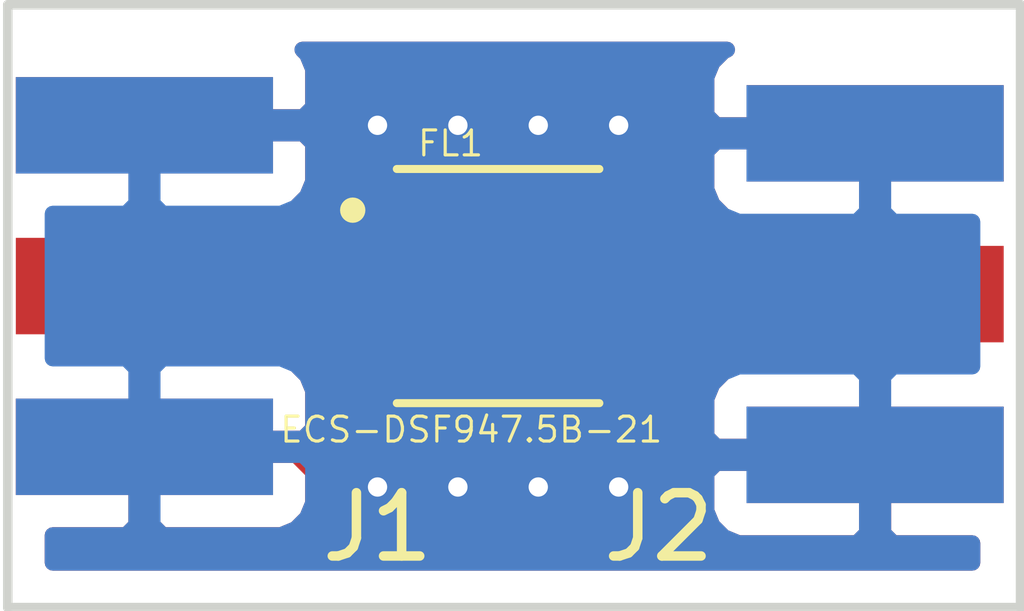
<source format=kicad_pcb>
(kicad_pcb (version 20171130) (host pcbnew 5.0.1)

  (general
    (thickness 1.6)
    (drawings 4)
    (tracks 23)
    (zones 0)
    (modules 3)
    (nets 4)
  )

  (page A4)
  (layers
    (0 F.Cu signal)
    (31 B.Cu signal)
    (32 B.Adhes user)
    (33 F.Adhes user)
    (34 B.Paste user)
    (35 F.Paste user)
    (36 B.SilkS user)
    (37 F.SilkS user)
    (38 B.Mask user)
    (39 F.Mask user)
    (40 Dwgs.User user)
    (41 Cmts.User user)
    (42 Eco1.User user)
    (43 Eco2.User user)
    (44 Edge.Cuts user)
    (45 Margin user)
    (46 B.CrtYd user)
    (47 F.CrtYd user)
    (48 B.Fab user)
    (49 F.Fab user)
  )

  (setup
    (last_trace_width 0.2032)
    (trace_clearance 0.2032)
    (zone_clearance 0.508)
    (zone_45_only no)
    (trace_min 0.2032)
    (segment_width 0.2)
    (edge_width 0.15)
    (via_size 0.6096)
    (via_drill 0.3048)
    (via_min_size 0.6096)
    (via_min_drill 0.3048)
    (uvia_size 0.3)
    (uvia_drill 0.1)
    (uvias_allowed no)
    (uvia_min_size 0.2)
    (uvia_min_drill 0.1)
    (pcb_text_width 0.3)
    (pcb_text_size 1.5 1.5)
    (mod_edge_width 0.15)
    (mod_text_size 1 1)
    (mod_text_width 0.15)
    (pad_size 1.524 1.524)
    (pad_drill 0.762)
    (pad_to_mask_clearance 0.051)
    (solder_mask_min_width 0.25)
    (aux_axis_origin 91.948 104.775)
    (grid_origin 91.948 104.775)
    (visible_elements FFFFFF7F)
    (pcbplotparams
      (layerselection 0x010fc_ffffffff)
      (usegerberextensions false)
      (usegerberattributes false)
      (usegerberadvancedattributes false)
      (creategerberjobfile false)
      (excludeedgelayer true)
      (linewidth 0.100000)
      (plotframeref false)
      (viasonmask false)
      (mode 1)
      (useauxorigin true)
      (hpglpennumber 1)
      (hpglpenspeed 20)
      (hpglpendiameter 15.000000)
      (psnegative false)
      (psa4output false)
      (plotreference true)
      (plotvalue false)
      (plotinvisibletext false)
      (padsonsilk false)
      (subtractmaskfromsilk false)
      (outputformat 1)
      (mirror false)
      (drillshape 0)
      (scaleselection 1)
      (outputdirectory "Gerber/"))
  )

  (net 0 "")
  (net 1 GND)
  (net 2 "Net-(FL1-Pad2)")
  (net 3 "Net-(FL1-Pad5)")

  (net_class Default "This is the default net class."
    (clearance 0.2032)
    (trace_width 0.2032)
    (via_dia 0.6096)
    (via_drill 0.3048)
    (uvia_dia 0.3)
    (uvia_drill 0.1)
    (diff_pair_gap 0.2032)
    (diff_pair_width 0.2032)
    (add_net GND)
    (add_net "Net-(FL1-Pad2)")
    (add_net "Net-(FL1-Pad5)")
  )

  (net_class 50Ohm ""
    (clearance 0.37)
    (trace_width 1.8)
    (via_dia 0.6096)
    (via_drill 0.3048)
    (uvia_dia 0.3)
    (uvia_drill 0.1)
    (diff_pair_gap 0.2032)
    (diff_pair_width 0.2032)
  )

  (module ECS-DSF947.5B-21:FIL_ECS-DSF947.5B-21 (layer F.Cu) (tedit 0) (tstamp 5C166785)
    (at 99.695 99.695)
    (path /5C1667D2)
    (attr smd)
    (fp_text reference FL1 (at -0.75102 -2.25306) (layer F.SilkS)
      (effects (font (size 0.394236 0.394236) (thickness 0.05)))
    )
    (fp_text value ECS-DSF947.5B-21 (at -0.423852 2.26931) (layer F.SilkS)
      (effects (font (size 0.393754 0.393754) (thickness 0.05)))
    )
    (fp_line (start 1.5 -1.5) (end -1.5 -1.5) (layer Dwgs.User) (width 0.127))
    (fp_line (start -1.5 -1.5) (end -1.5 1.5) (layer Dwgs.User) (width 0.127))
    (fp_line (start -1.5 1.5) (end 1.5 1.5) (layer Dwgs.User) (width 0.127))
    (fp_line (start 1.5 1.5) (end 1.5 -1.5) (layer Dwgs.User) (width 0.127))
    (fp_line (start 1.6 -1.85) (end -1.6 -1.85) (layer F.SilkS) (width 0.127))
    (fp_line (start 1.6 1.85) (end -1.6 1.85) (layer F.SilkS) (width 0.127))
    (fp_line (start 2.027 -1.877) (end 2.027 1.877) (layer Eco1.User) (width 0.05))
    (fp_line (start 2.027 1.877) (end -2.027 1.877) (layer Eco1.User) (width 0.05))
    (fp_line (start -2.027 1.877) (end -2.027 -1.877) (layer Eco1.User) (width 0.05))
    (fp_line (start -2.027 -1.877) (end 2.027 -1.877) (layer Eco1.User) (width 0.05))
    (fp_circle (center -2.2968 -1.1992) (end -2.1968 -1.1992) (layer F.SilkS) (width 0.2))
    (fp_circle (center -1.0268 -1.1992) (end -0.9268 -1.1992) (layer Dwgs.User) (width 0.2))
    (pad 1 smd rect (at -0.917 -1.2) (size 1.754 0.854) (layers F.Cu F.Paste F.Mask)
      (net 1 GND))
    (pad 2 smd rect (at -1.3 0) (size 0.954 0.854) (layers F.Cu F.Paste F.Mask)
      (net 2 "Net-(FL1-Pad2)"))
    (pad 3 smd rect (at -1.3 1.2) (size 0.954 0.854) (layers F.Cu F.Paste F.Mask)
      (net 1 GND))
    (pad 4 smd rect (at 1.3 1.2) (size 0.954 0.854) (layers F.Cu F.Paste F.Mask)
      (net 1 GND))
    (pad 5 smd rect (at 1.3 0) (size 0.954 0.854) (layers F.Cu F.Paste F.Mask)
      (net 3 "Net-(FL1-Pad5)"))
    (pad 6 smd rect (at 1.3 -1.2) (size 0.954 0.854) (layers F.Cu F.Paste F.Mask)
      (net 1 GND))
  )

  (module RFLego_Footprint:SMA_Edge (layer F.Cu) (tedit 5C1640A8) (tstamp 5C16678E)
    (at 92.075 99.695)
    (path /5C165AEF)
    (fp_text reference J1 (at 5.715 3.81) (layer F.SilkS)
      (effects (font (size 1 1) (thickness 0.15)))
    )
    (fp_text value SMA (at 1.27 6.35) (layer F.Fab) hide
      (effects (font (size 1 1) (thickness 0.15)))
    )
    (pad 2 smd rect (at 2.032 2.54) (size 4.064 1.524) (layers F.Cu F.Mask)
      (net 1 GND))
    (pad 2 smd rect (at 2.032 -2.54) (size 4.064 1.524) (layers B.Cu B.Mask)
      (net 1 GND))
    (pad 2 smd rect (at 2.032 2.54) (size 4.064 1.524) (layers B.Cu B.Mask)
      (net 1 GND))
    (pad 2 smd rect (at 2.032 -2.54) (size 4.064 1.524) (layers F.Cu F.Mask)
      (net 1 GND))
    (pad 1 smd rect (at 2.032 0) (size 4.064 1.524) (layers F.Cu F.Mask)
      (net 2 "Net-(FL1-Pad2)"))
  )

  (module RFLego_Footprint:SMA_Edge (layer F.Cu) (tedit 5C1640A8) (tstamp 5C166797)
    (at 103.62 99.822)
    (path /5C165A52)
    (fp_text reference J2 (at -1.385 3.683) (layer F.SilkS)
      (effects (font (size 1 1) (thickness 0.15)))
    )
    (fp_text value SMA (at 1.27 6.35) (layer F.Fab) hide
      (effects (font (size 1 1) (thickness 0.15)))
    )
    (pad 1 smd rect (at 2.032 0) (size 4.064 1.524) (layers F.Cu F.Mask)
      (net 3 "Net-(FL1-Pad5)"))
    (pad 2 smd rect (at 2.032 -2.54) (size 4.064 1.524) (layers F.Cu F.Mask)
      (net 1 GND))
    (pad 2 smd rect (at 2.032 2.54) (size 4.064 1.524) (layers B.Cu B.Mask)
      (net 1 GND))
    (pad 2 smd rect (at 2.032 -2.54) (size 4.064 1.524) (layers B.Cu B.Mask)
      (net 1 GND))
    (pad 2 smd rect (at 2.032 2.54) (size 4.064 1.524) (layers F.Cu F.Mask)
      (net 1 GND))
  )

  (gr_line (start 91.948 104.775) (end 91.948 95.25) (layer Edge.Cuts) (width 0.15))
  (gr_line (start 107.95 104.775) (end 91.948 104.775) (layer Edge.Cuts) (width 0.15))
  (gr_line (start 107.95 95.25) (end 107.95 104.775) (layer Edge.Cuts) (width 0.15))
  (gr_line (start 91.948 95.25) (end 107.95 95.25) (layer Edge.Cuts) (width 0.15))

  (segment (start 96.3422 102.235) (end 96.9772 102.87) (width 0.2032) (layer F.Cu) (net 1))
  (segment (start 94.107 102.235) (end 96.3422 102.235) (width 0.2032) (layer F.Cu) (net 1))
  (via (at 97.79 102.87) (size 0.6096) (drill 0.3048) (layers F.Cu B.Cu) (net 1))
  (segment (start 96.9772 102.87) (end 97.79 102.87) (width 0.2032) (layer F.Cu) (net 1))
  (via (at 99.06 102.87) (size 0.6096) (drill 0.3048) (layers F.Cu B.Cu) (net 1))
  (segment (start 97.79 102.87) (end 99.06 102.87) (width 0.2032) (layer B.Cu) (net 1))
  (via (at 100.33 102.87) (size 0.6096) (drill 0.3048) (layers F.Cu B.Cu) (net 1))
  (segment (start 99.06 102.87) (end 100.33 102.87) (width 0.2032) (layer F.Cu) (net 1))
  (via (at 101.6 102.87) (size 0.6096) (drill 0.3048) (layers F.Cu B.Cu) (net 1))
  (segment (start 100.33 102.87) (end 101.6 102.87) (width 0.2032) (layer B.Cu) (net 1))
  (segment (start 105.652 97.282) (end 102.362 97.282) (width 0.2032) (layer F.Cu) (net 1))
  (segment (start 102.362 97.282) (end 102.235 97.155) (width 0.2032) (layer F.Cu) (net 1))
  (via (at 101.6 97.155) (size 0.6096) (drill 0.3048) (layers F.Cu B.Cu) (net 1))
  (segment (start 102.235 97.155) (end 101.6 97.155) (width 0.2032) (layer F.Cu) (net 1))
  (via (at 100.33 97.155) (size 0.6096) (drill 0.3048) (layers F.Cu B.Cu) (net 1))
  (segment (start 101.6 97.155) (end 100.33 97.155) (width 0.2032) (layer B.Cu) (net 1))
  (via (at 99.06 97.155) (size 0.6096) (drill 0.3048) (layers F.Cu B.Cu) (net 1))
  (segment (start 100.33 97.155) (end 99.06 97.155) (width 0.2032) (layer F.Cu) (net 1))
  (via (at 97.79 97.155) (size 0.6096) (drill 0.3048) (layers F.Cu B.Cu) (net 1))
  (segment (start 99.06 97.155) (end 97.79 97.155) (width 0.2032) (layer B.Cu) (net 1))
  (segment (start 94.107 99.695) (end 98.395 99.695) (width 0.2032) (layer F.Cu) (net 2))
  (segment (start 105.525 99.695) (end 105.652 99.822) (width 0.2032) (layer F.Cu) (net 3))
  (segment (start 100.995 99.695) (end 105.525 99.695) (width 0.2032) (layer F.Cu) (net 3))

  (zone (net 1) (net_name GND) (layer F.Cu) (tstamp 5C1669E9) (hatch edge 0.508)
    (connect_pads (clearance 0.508))
    (min_thickness 0.254)
    (fill yes (arc_segments 16) (thermal_gap 0.508) (thermal_bridge_width 0.508))
    (polygon
      (pts
        (xy 92.075 95.25) (xy 107.315 95.25) (xy 107.315 104.775) (xy 92.075 104.775)
      )
    )
    (filled_polygon
      (pts
        (xy 99.87056 100.122) (xy 99.904118 100.290708) (xy 99.883 100.34169) (xy 99.883 100.60925) (xy 100.04175 100.768)
        (xy 100.510761 100.768) (xy 100.518 100.76944) (xy 101.472 100.76944) (xy 101.479239 100.768) (xy 101.94825 100.768)
        (xy 102.107 100.60925) (xy 102.107 100.4316) (xy 102.97256 100.4316) (xy 102.97256 100.584) (xy 103.021843 100.831765)
        (xy 103.162191 101.041809) (xy 103.232912 101.089063) (xy 103.081673 101.240301) (xy 102.985 101.47369) (xy 102.985 102.07625)
        (xy 103.14375 102.235) (xy 105.525 102.235) (xy 105.525 102.215) (xy 105.779 102.215) (xy 105.779 102.235)
        (xy 105.799 102.235) (xy 105.799 102.489) (xy 105.779 102.489) (xy 105.779 103.60025) (xy 105.93775 103.759)
        (xy 107.188 103.759) (xy 107.188 104.065) (xy 92.658 104.065) (xy 92.658 103.632) (xy 93.82125 103.632)
        (xy 93.98 103.47325) (xy 93.98 102.362) (xy 94.234 102.362) (xy 94.234 103.47325) (xy 94.39275 103.632)
        (xy 96.265309 103.632) (xy 96.498698 103.535327) (xy 96.677327 103.356699) (xy 96.774 103.12331) (xy 96.774 102.64775)
        (xy 102.985 102.64775) (xy 102.985 103.25031) (xy 103.081673 103.483699) (xy 103.260302 103.662327) (xy 103.493691 103.759)
        (xy 105.36625 103.759) (xy 105.525 103.60025) (xy 105.525 102.489) (xy 103.14375 102.489) (xy 102.985 102.64775)
        (xy 96.774 102.64775) (xy 96.774 102.52075) (xy 96.61525 102.362) (xy 94.234 102.362) (xy 93.98 102.362)
        (xy 93.96 102.362) (xy 93.96 102.108) (xy 93.98 102.108) (xy 93.98 102.088) (xy 94.234 102.088)
        (xy 94.234 102.108) (xy 96.61525 102.108) (xy 96.774 101.94925) (xy 96.774 101.34669) (xy 96.705266 101.18075)
        (xy 97.283 101.18075) (xy 97.283 101.44831) (xy 97.379673 101.681699) (xy 97.558302 101.860327) (xy 97.791691 101.957)
        (xy 98.10925 101.957) (xy 98.268 101.79825) (xy 98.268 101.022) (xy 98.522 101.022) (xy 98.522 101.79825)
        (xy 98.68075 101.957) (xy 98.998309 101.957) (xy 99.231698 101.860327) (xy 99.410327 101.681699) (xy 99.507 101.44831)
        (xy 99.507 101.18075) (xy 99.883 101.18075) (xy 99.883 101.44831) (xy 99.979673 101.681699) (xy 100.158302 101.860327)
        (xy 100.391691 101.957) (xy 100.70925 101.957) (xy 100.868 101.79825) (xy 100.868 101.022) (xy 101.122 101.022)
        (xy 101.122 101.79825) (xy 101.28075 101.957) (xy 101.598309 101.957) (xy 101.831698 101.860327) (xy 102.010327 101.681699)
        (xy 102.107 101.44831) (xy 102.107 101.18075) (xy 101.94825 101.022) (xy 101.122 101.022) (xy 100.868 101.022)
        (xy 100.04175 101.022) (xy 99.883 101.18075) (xy 99.507 101.18075) (xy 99.34825 101.022) (xy 98.522 101.022)
        (xy 98.268 101.022) (xy 97.44175 101.022) (xy 97.283 101.18075) (xy 96.705266 101.18075) (xy 96.677327 101.113301)
        (xy 96.526088 100.962063) (xy 96.596809 100.914809) (xy 96.737157 100.704765) (xy 96.78644 100.457) (xy 96.78644 100.4316)
        (xy 97.283 100.4316) (xy 97.283 100.60925) (xy 97.44175 100.768) (xy 97.910761 100.768) (xy 97.918 100.76944)
        (xy 98.872 100.76944) (xy 98.879239 100.768) (xy 99.34825 100.768) (xy 99.507 100.60925) (xy 99.507 100.34169)
        (xy 99.485882 100.290708) (xy 99.51944 100.122) (xy 99.51944 99.557) (xy 99.781309 99.557) (xy 99.87056 99.520031)
      )
    )
    (filled_polygon
      (pts
        (xy 103.260302 95.981673) (xy 103.081673 96.160301) (xy 102.985 96.39369) (xy 102.985 96.99625) (xy 103.14375 97.155)
        (xy 105.525 97.155) (xy 105.525 97.135) (xy 105.779 97.135) (xy 105.779 97.155) (xy 105.799 97.155)
        (xy 105.799 97.409) (xy 105.779 97.409) (xy 105.779 97.429) (xy 105.525 97.429) (xy 105.525 97.409)
        (xy 103.14375 97.409) (xy 102.985 97.56775) (xy 102.985 98.17031) (xy 103.081673 98.403699) (xy 103.232912 98.554937)
        (xy 103.162191 98.602191) (xy 103.021843 98.812235) (xy 102.992769 98.9584) (xy 102.107 98.9584) (xy 102.107 98.78075)
        (xy 101.94825 98.622) (xy 101.479239 98.622) (xy 101.472 98.62056) (xy 100.518 98.62056) (xy 100.510761 98.622)
        (xy 98.905 98.622) (xy 98.905 98.627124) (xy 98.872 98.62056) (xy 97.918 98.62056) (xy 97.910761 98.622)
        (xy 97.42475 98.622) (xy 97.266 98.78075) (xy 97.266 98.9584) (xy 96.78644 98.9584) (xy 96.78644 98.933)
        (xy 96.737157 98.685235) (xy 96.596809 98.475191) (xy 96.526088 98.427937) (xy 96.677327 98.276699) (xy 96.774 98.04331)
        (xy 96.774 97.94169) (xy 97.266 97.94169) (xy 97.266 98.20925) (xy 97.42475 98.368) (xy 98.651 98.368)
        (xy 98.651 97.59175) (xy 98.905 97.59175) (xy 98.905 98.368) (xy 100.868 98.368) (xy 100.868 97.59175)
        (xy 101.122 97.59175) (xy 101.122 98.368) (xy 101.94825 98.368) (xy 102.107 98.20925) (xy 102.107 97.94169)
        (xy 102.010327 97.708301) (xy 101.831698 97.529673) (xy 101.598309 97.433) (xy 101.28075 97.433) (xy 101.122 97.59175)
        (xy 100.868 97.59175) (xy 100.70925 97.433) (xy 100.391691 97.433) (xy 100.158302 97.529673) (xy 100.0865 97.601475)
        (xy 100.014698 97.529673) (xy 99.781309 97.433) (xy 99.06375 97.433) (xy 98.905 97.59175) (xy 98.651 97.59175)
        (xy 98.49225 97.433) (xy 97.774691 97.433) (xy 97.541302 97.529673) (xy 97.362673 97.708301) (xy 97.266 97.94169)
        (xy 96.774 97.94169) (xy 96.774 97.44075) (xy 96.61525 97.282) (xy 94.234 97.282) (xy 94.234 97.302)
        (xy 93.98 97.302) (xy 93.98 97.282) (xy 93.96 97.282) (xy 93.96 97.028) (xy 93.98 97.028)
        (xy 93.98 97.008) (xy 94.234 97.008) (xy 94.234 97.028) (xy 96.61525 97.028) (xy 96.774 96.86925)
        (xy 96.774 96.26669) (xy 96.677327 96.033301) (xy 96.604026 95.96) (xy 103.312625 95.96)
      )
    )
  )
  (zone (net 1) (net_name GND) (layer B.Cu) (tstamp 5C1669E6) (hatch edge 0.508)
    (connect_pads (clearance 0.508))
    (min_thickness 0.254)
    (fill yes (arc_segments 16) (thermal_gap 0.508) (thermal_bridge_width 0.508))
    (polygon
      (pts
        (xy 92.075 95.25) (xy 107.315 95.25) (xy 107.315 104.775) (xy 92.075 104.775)
      )
    )
    (filled_polygon
      (pts
        (xy 103.260302 95.981673) (xy 103.081673 96.160301) (xy 102.985 96.39369) (xy 102.985 96.99625) (xy 103.14375 97.155)
        (xy 105.525 97.155) (xy 105.525 97.135) (xy 105.779 97.135) (xy 105.779 97.155) (xy 105.799 97.155)
        (xy 105.799 97.409) (xy 105.779 97.409) (xy 105.779 98.52025) (xy 105.93775 98.679) (xy 107.188 98.679)
        (xy 107.188 100.965) (xy 105.93775 100.965) (xy 105.779 101.12375) (xy 105.779 102.235) (xy 105.799 102.235)
        (xy 105.799 102.489) (xy 105.779 102.489) (xy 105.779 103.60025) (xy 105.93775 103.759) (xy 107.188 103.759)
        (xy 107.188 104.065) (xy 92.658 104.065) (xy 92.658 103.632) (xy 93.82125 103.632) (xy 93.98 103.47325)
        (xy 93.98 102.362) (xy 94.234 102.362) (xy 94.234 103.47325) (xy 94.39275 103.632) (xy 96.265309 103.632)
        (xy 96.498698 103.535327) (xy 96.677327 103.356699) (xy 96.774 103.12331) (xy 96.774 102.64775) (xy 102.985 102.64775)
        (xy 102.985 103.25031) (xy 103.081673 103.483699) (xy 103.260302 103.662327) (xy 103.493691 103.759) (xy 105.36625 103.759)
        (xy 105.525 103.60025) (xy 105.525 102.489) (xy 103.14375 102.489) (xy 102.985 102.64775) (xy 96.774 102.64775)
        (xy 96.774 102.52075) (xy 96.61525 102.362) (xy 94.234 102.362) (xy 93.98 102.362) (xy 93.96 102.362)
        (xy 93.96 102.108) (xy 93.98 102.108) (xy 93.98 100.99675) (xy 94.234 100.99675) (xy 94.234 102.108)
        (xy 96.61525 102.108) (xy 96.774 101.94925) (xy 96.774 101.47369) (xy 102.985 101.47369) (xy 102.985 102.07625)
        (xy 103.14375 102.235) (xy 105.525 102.235) (xy 105.525 101.12375) (xy 105.36625 100.965) (xy 103.493691 100.965)
        (xy 103.260302 101.061673) (xy 103.081673 101.240301) (xy 102.985 101.47369) (xy 96.774 101.47369) (xy 96.774 101.34669)
        (xy 96.677327 101.113301) (xy 96.498698 100.934673) (xy 96.265309 100.838) (xy 94.39275 100.838) (xy 94.234 100.99675)
        (xy 93.98 100.99675) (xy 93.82125 100.838) (xy 92.658 100.838) (xy 92.658 98.552) (xy 93.82125 98.552)
        (xy 93.98 98.39325) (xy 93.98 97.282) (xy 94.234 97.282) (xy 94.234 98.39325) (xy 94.39275 98.552)
        (xy 96.265309 98.552) (xy 96.498698 98.455327) (xy 96.677327 98.276699) (xy 96.774 98.04331) (xy 96.774 97.56775)
        (xy 102.985 97.56775) (xy 102.985 98.17031) (xy 103.081673 98.403699) (xy 103.260302 98.582327) (xy 103.493691 98.679)
        (xy 105.36625 98.679) (xy 105.525 98.52025) (xy 105.525 97.409) (xy 103.14375 97.409) (xy 102.985 97.56775)
        (xy 96.774 97.56775) (xy 96.774 97.44075) (xy 96.61525 97.282) (xy 94.234 97.282) (xy 93.98 97.282)
        (xy 93.96 97.282) (xy 93.96 97.028) (xy 93.98 97.028) (xy 93.98 97.008) (xy 94.234 97.008)
        (xy 94.234 97.028) (xy 96.61525 97.028) (xy 96.774 96.86925) (xy 96.774 96.26669) (xy 96.677327 96.033301)
        (xy 96.604026 95.96) (xy 103.312625 95.96)
      )
    )
  )
)

</source>
